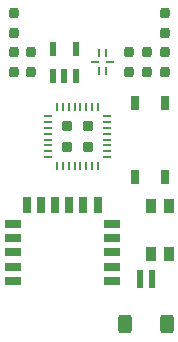
<source format=gtp>
G04 #@! TF.GenerationSoftware,KiCad,Pcbnew,(6.0.9)*
G04 #@! TF.CreationDate,2022-12-10T19:33:08+09:00*
G04 #@! TF.ProjectId,otaHID,6f746148-4944-42e6-9b69-6361645f7063,2.0*
G04 #@! TF.SameCoordinates,Original*
G04 #@! TF.FileFunction,Paste,Top*
G04 #@! TF.FilePolarity,Positive*
%FSLAX46Y46*%
G04 Gerber Fmt 4.6, Leading zero omitted, Abs format (unit mm)*
G04 Created by KiCad (PCBNEW (6.0.9)) date 2022-12-10 19:33:08*
%MOMM*%
%LPD*%
G01*
G04 APERTURE LIST*
G04 Aperture macros list*
%AMRoundRect*
0 Rectangle with rounded corners*
0 $1 Rounding radius*
0 $2 $3 $4 $5 $6 $7 $8 $9 X,Y pos of 4 corners*
0 Add a 4 corners polygon primitive as box body*
4,1,4,$2,$3,$4,$5,$6,$7,$8,$9,$2,$3,0*
0 Add four circle primitives for the rounded corners*
1,1,$1+$1,$2,$3*
1,1,$1+$1,$4,$5*
1,1,$1+$1,$6,$7*
1,1,$1+$1,$8,$9*
0 Add four rect primitives between the rounded corners*
20,1,$1+$1,$2,$3,$4,$5,0*
20,1,$1+$1,$4,$5,$6,$7,0*
20,1,$1+$1,$6,$7,$8,$9,0*
20,1,$1+$1,$8,$9,$2,$3,0*%
G04 Aperture macros list end*
%ADD10RoundRect,0.200000X-0.200000X0.250000X-0.200000X-0.250000X0.200000X-0.250000X0.200000X0.250000X0*%
%ADD11RoundRect,0.222500X0.222500X-0.222500X0.222500X0.222500X-0.222500X0.222500X-0.222500X-0.222500X0*%
%ADD12R,0.150000X0.800000*%
%ADD13R,0.800000X0.150000*%
%ADD14R,0.200000X0.675000*%
%ADD15R,0.700000X0.200000*%
%ADD16R,0.900000X1.200000*%
%ADD17R,1.400000X0.800000*%
%ADD18R,0.800000X1.400000*%
%ADD19RoundRect,0.200000X0.200000X-0.250000X0.200000X0.250000X-0.200000X0.250000X-0.200000X-0.250000X0*%
%ADD20R,0.500000X1.200000*%
%ADD21R,0.800000X1.200000*%
%ADD22RoundRect,0.300000X-0.300000X-0.500000X0.300000X-0.500000X0.300000X0.500000X-0.300000X0.500000X0*%
%ADD23R,0.600000X1.550000*%
G04 APERTURE END LIST*
D10*
X3400000Y-3850000D03*
X3400000Y-5550000D03*
D11*
X-1900000Y-10100000D03*
X-100000Y-11900000D03*
X-100000Y-10100000D03*
X-1900000Y-11900000D03*
D12*
X-2750000Y-13500000D03*
X-2250000Y-13500000D03*
X-1750000Y-13500000D03*
X-1250000Y-13500000D03*
X-750000Y-13500000D03*
X-250000Y-13500000D03*
X250000Y-13500000D03*
X750000Y-13500000D03*
D13*
X1500000Y-12750000D03*
X1500000Y-12250000D03*
X1500000Y-11750000D03*
X1500000Y-11250000D03*
X1500000Y-10750000D03*
X1500000Y-10250000D03*
X1500000Y-9750000D03*
X1500000Y-9250000D03*
D12*
X750000Y-8500000D03*
X250000Y-8500000D03*
X-250000Y-8500000D03*
X-750000Y-8500000D03*
X-1250000Y-8500000D03*
X-1750000Y-8500000D03*
X-2250000Y-8500000D03*
X-2750000Y-8500000D03*
D13*
X-3500000Y-9250000D03*
X-3500000Y-9750000D03*
X-3500000Y-10250000D03*
X-3500000Y-10750000D03*
X-3500000Y-11250000D03*
X-3500000Y-11750000D03*
X-3500000Y-12250000D03*
X-3500000Y-12750000D03*
D14*
X825000Y-3912500D03*
X1375000Y-3912500D03*
D15*
X1750000Y-4700000D03*
D14*
X1375000Y-5487500D03*
X825000Y-5487500D03*
D15*
X450000Y-4700000D03*
D16*
X5250000Y-16900000D03*
X5250000Y-20900000D03*
X6750000Y-16900000D03*
X6750000Y-20900000D03*
D17*
X1900000Y-23200000D03*
X1900000Y-22000000D03*
X1900000Y-20800000D03*
X1900000Y-19600000D03*
X1900000Y-18400000D03*
D18*
X700000Y-16800000D03*
X-500000Y-16800000D03*
X-1700000Y-16800000D03*
X-2900000Y-16800000D03*
X-4100000Y-16800000D03*
X-5300000Y-16800000D03*
D17*
X-6500000Y-18400000D03*
X-6500000Y-19600000D03*
X-6500000Y-20800000D03*
X-6500000Y-22000000D03*
X-6500000Y-23200000D03*
D19*
X-4900000Y-5550000D03*
X-4900000Y-3850000D03*
D10*
X6400000Y-550000D03*
X6400000Y-2250000D03*
D19*
X-6400000Y-5550000D03*
X-6400000Y-3850000D03*
D20*
X-3050000Y-5850000D03*
X-2100000Y-5850000D03*
X-1150000Y-5850000D03*
X-1150000Y-3550000D03*
X-3050000Y-3550000D03*
D19*
X-6400000Y-2250000D03*
X-6400000Y-550000D03*
X6400000Y-5550000D03*
X6400000Y-3850000D03*
D21*
X6370000Y-8150000D03*
X3830000Y-8150000D03*
X3830000Y-14450000D03*
X6370000Y-14450000D03*
D22*
X6600000Y-26900000D03*
X3000000Y-26900000D03*
D23*
X4300000Y-23050000D03*
X5300000Y-23050000D03*
D10*
X4900000Y-3850000D03*
X4900000Y-5550000D03*
M02*

</source>
